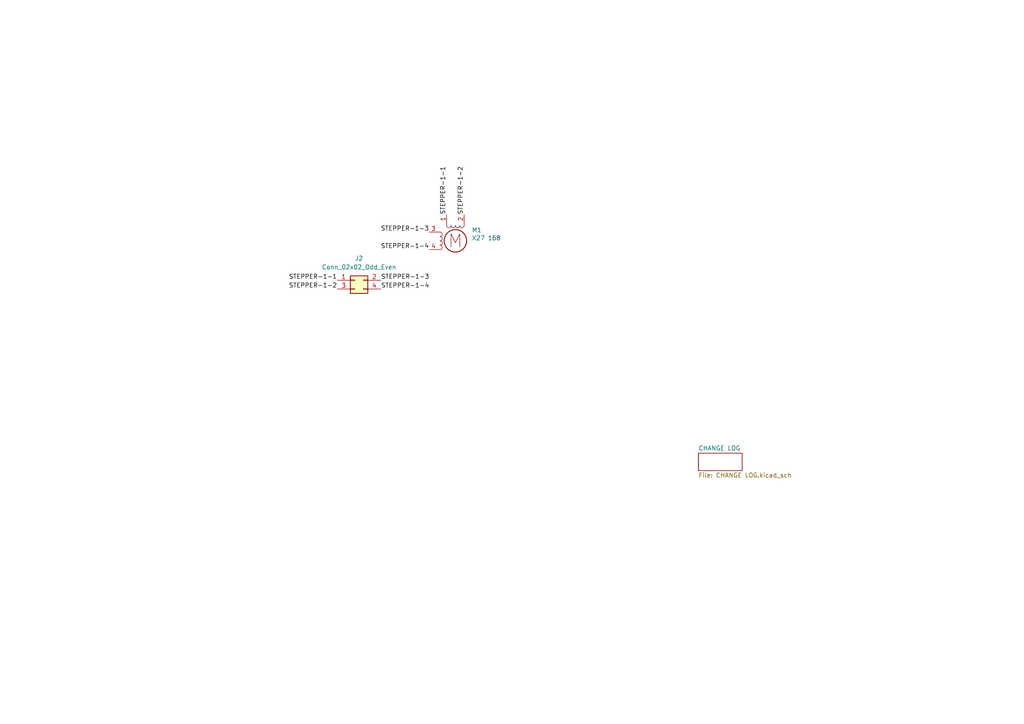
<source format=kicad_sch>
(kicad_sch (version 20231120) (generator "eeschema") (generator_version "8.0")
  (paper "A4")
  (lib_symbols
    (symbol "Connector_Generic:Conn_02x02_Odd_Even" (pin_names (offset 1.016) hide)
      (property "Reference" "J" (at 1.27 2.54 0))
      (property "Value" "Conn_02x02_Odd_Even" (at 1.27 -5.08 0))
      (symbol "Conn_02x02_Odd_Even_1_1"
        (rectangle (start -1.27 -2.413) (end 0 -2.667) (stroke (width 0.1524)))
        (rectangle (start -1.27 0.127) (end 0 -0.127) (stroke (width 0.1524)))
        (rectangle (start -1.27 1.27) (end 3.81 -3.81) (stroke (width 0.254)) (fill (type background)))
        (rectangle (start 3.81 -2.413) (end 2.54 -2.667) (stroke (width 0.1524)))
        (rectangle (start 3.81 0.127) (end 2.54 -0.127) (stroke (width 0.1524)))
        (pin passive line (at -5.08 0 0) (length 3.81) (name "Pin_1") (number "1"))
        (pin passive line (at 7.62 0 180) (length 3.81) (name "Pin_2") (number "2"))
        (pin passive line (at -5.08 -2.54 0) (length 3.81) (name "Pin_3") (number "3"))
        (pin passive line (at 7.62 -2.54 180) (length 3.81) (name "Pin_4") (number "4"))
      )
    )
    (symbol "Motor:Stepper_Motor_bipolar" (pin_names (offset 0) hide)
      (property "Reference" "M" (at 3.81 2.54 0))
      (property "Value" "Stepper_Motor_bipolar" (at 3.81 1.27 0))
      (symbol "Stepper_Motor_bipolar_0_0"
        (polyline (pts (xy -1.27 -1.778) (xy -1.27 2.032) (xy 0 -0.508) (xy 1.27 2.032) (xy 1.27 -1.778)))
      )
      (symbol "Stepper_Motor_bipolar_0_1"
        (arc (start -4.445 -2.54) (mid -3.8127 -1.905) (end -4.445 -1.27))
        (arc (start -4.445 -1.27) (mid -3.8127 -0.635) (end -4.445 0))
        (arc (start -4.445 0) (mid -3.8127 0.635) (end -4.445 1.27))
        (arc (start -4.445 1.27) (mid -3.8127 1.905) (end -4.445 2.54))
        (arc (start -2.54 4.445) (mid -1.905 3.8127) (end -1.27 4.445))
        (arc (start -1.27 4.445) (mid -0.635 3.8127) (end 0 4.445))
        (polyline (pts (xy -5.08 -2.54) (xy -4.445 -2.54)))
        (polyline (pts (xy -5.08 2.54) (xy -4.445 2.54)))
        (polyline (pts (xy -2.54 5.08) (xy -2.54 4.445)))
        (polyline (pts (xy 2.54 5.08) (xy 2.54 4.445)))
        (circle (center 0 0) (radius 3.2512) (stroke (width 0.254)))
        (arc (start 0 4.445) (mid 0.635 3.8127) (end 1.27 4.445))
        (arc (start 1.27 4.445) (mid 1.905 3.8127) (end 2.54 4.445))
      )
      (symbol "Stepper_Motor_bipolar_1_1"
        (pin passive line (at -2.54 7.62 270) (length 2.54) (name "~") (number "1"))
        (pin passive line (at 2.54 7.62 270) (length 2.54) (name "-") (number "2"))
        (pin passive line (at -7.62 2.54 0) (length 2.54) (name "~") (number "3"))
        (pin passive line (at -7.62 -2.54 0) (length 2.54) (name "~") (number "4"))
      )
    )
  )
  (label "STEPPER-1-3" (at 124.46 67.31 180))
  (label "STEPPER-1-4" (at 110.49 83.82 0))
  (label "STEPPER-1-2" (at 134.62 62.23 90))
  (label "STEPPER-1-1" (at 97.79 81.28 180))
  (label "STEPPER-1-4" (at 124.46 72.39 180))
  (label "STEPPER-1-3" (at 110.49 81.28 0))
  (label "STEPPER-1-1" (at 129.54 62.23 90))
  (label "STEPPER-1-2" (at 97.79 83.82 180))
  (symbol (lib_id "Motor:Stepper_Motor_bipolar") (at 132.08 69.85 0) (unit 1)
    (property "Reference" "M1" (at 136.8298 66.7258 0) (effects (justify left)))
    (property "Value" "X27 168" (at 136.8298 69.0372 0) (effects (justify left)))
    (property "Footprint" "Library-OZ-HORNET:X27-168" (effects (hide yes)))
    (property "Datasheet" "http://www.infineon.com/dgdl/Application-Note-TLE8110EE_driving_UniPolarStepperMotor_V1.1.pdf?fileId=db3a30431be39b97011be5d0aa0a00b0" (effects (hide yes)))
    (property "Description" "4-wire bipolar stepper motor" (effects (hide yes)))
  )
  (symbol (lib_id "Connector_Generic:Conn_02x02_Odd_Even") (at 102.87 81.28 0) (unit 1)
    (property "Reference" "J2" (at 104.14 74.93 0))
    (property "Value" "Conn_02x02_Odd_Even" (at 104.14 77.47 0))
    (property "Footprint" "Connector_PinHeader_2.54mm:PinHeader_2x02_P2.54mm_Vertical" (effects (hide yes)))
    (property "Description" "Generic connector, double row, 02x02, odd/even pin numbering scheme (row 1 odd numbers, row 2 even numbers), script generated (kicad-library-utils/schlib/autogen/connector/)" (effects (hide yes)))
  )
  (sheet (at 202.565 131.445) (size 12.7 5.08) (stroke (width 0.1524))
    (property "Sheetname" "CHANGE LOG" (at 202.565 130.7334 0) (effects (justify left bottom)))
    (property "Sheetfile" "CHANGE LOG.kicad_sch" (at 202.565 137.1096 0) (effects (justify left top)))
  )
)
</source>
